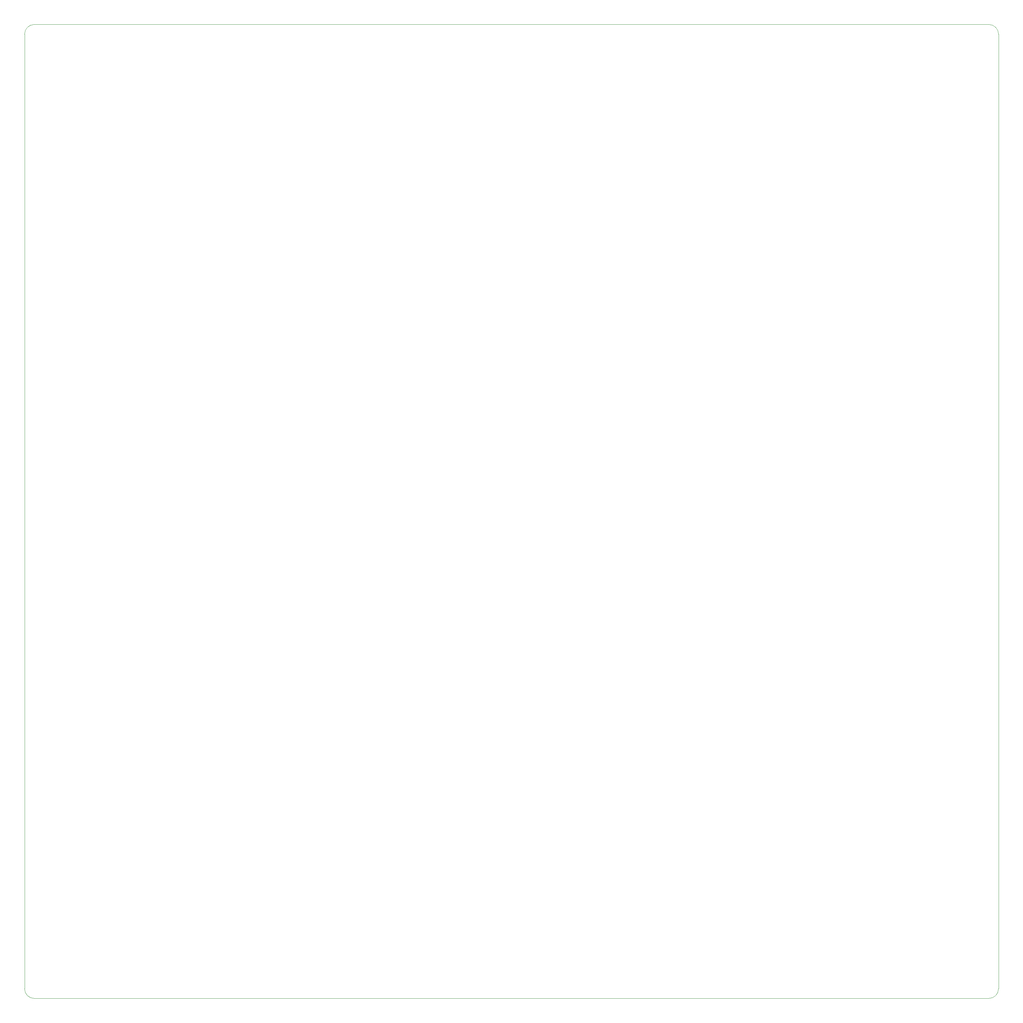
<source format=gbr>
G04 #@! TF.GenerationSoftware,KiCad,Pcbnew,5.1.2-f72e74a~84~ubuntu16.04.1*
G04 #@! TF.CreationDate,2019-10-21T15:23:02-07:00*
G04 #@! TF.ProjectId,dual_led_array,6475616c-5f6c-4656-945f-61727261792e,rev?*
G04 #@! TF.SameCoordinates,Original*
G04 #@! TF.FileFunction,Profile,NP*
%FSLAX46Y46*%
G04 Gerber Fmt 4.6, Leading zero omitted, Abs format (unit mm)*
G04 Created by KiCad (PCBNEW 5.1.2-f72e74a~84~ubuntu16.04.1) date 2019-10-21 15:23:02*
%MOMM*%
%LPD*%
G04 APERTURE LIST*
%ADD10C,0.101600*%
G04 APERTURE END LIST*
D10*
X50800000Y-302260000D02*
X50800000Y-53340000D01*
X302260000Y-304800000D02*
X53340000Y-304800000D01*
X304800000Y-53340000D02*
X304800000Y-302260000D01*
X53340000Y-50800000D02*
X302260000Y-50800000D01*
X53340000Y-304800000D02*
G75*
G02X50800000Y-302260000I0J2540000D01*
G01*
X304800000Y-302260000D02*
G75*
G02X302260000Y-304800000I-2540000J0D01*
G01*
X302260000Y-50800000D02*
G75*
G02X304800000Y-53340000I0J-2540000D01*
G01*
X50800000Y-53340000D02*
G75*
G02X53340000Y-50800000I2540000J0D01*
G01*
M02*

</source>
